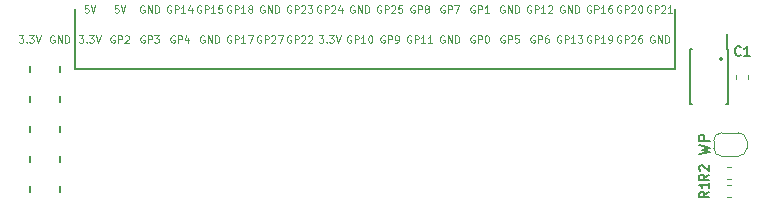
<source format=gto>
G04 #@! TF.GenerationSoftware,KiCad,Pcbnew,5.0.2-bee76a0~70~ubuntu18.04.1*
G04 #@! TF.CreationDate,2019-03-02T20:55:38+01:00*
G04 #@! TF.ProjectId,rpi-zero-proto,7270692d-7a65-4726-9f2d-70726f746f2e,rev?*
G04 #@! TF.SameCoordinates,Original*
G04 #@! TF.FileFunction,Legend,Top*
G04 #@! TF.FilePolarity,Positive*
%FSLAX46Y46*%
G04 Gerber Fmt 4.6, Leading zero omitted, Abs format (unit mm)*
G04 Created by KiCad (PCBNEW 5.0.2-bee76a0~70~ubuntu18.04.1) date sob, 2 mar 2019, 20:55:38*
%MOMM*%
%LPD*%
G01*
G04 APERTURE LIST*
%ADD10C,0.200000*%
%ADD11C,0.125000*%
%ADD12C,0.150000*%
%ADD13C,0.120000*%
%ADD14C,0.152400*%
G04 APERTURE END LIST*
D10*
X93980000Y-52070000D02*
X93980000Y-46990000D01*
X43180000Y-52070000D02*
X93980000Y-52070000D01*
X43180000Y-46990000D02*
X43180000Y-52070000D01*
D11*
X41447600Y-49226550D02*
X41389800Y-49197650D01*
X41303100Y-49197650D01*
X41216400Y-49226550D01*
X41158600Y-49284350D01*
X41129700Y-49342150D01*
X41100800Y-49457750D01*
X41100800Y-49544450D01*
X41129700Y-49660050D01*
X41158600Y-49717850D01*
X41216400Y-49775650D01*
X41303100Y-49804550D01*
X41360900Y-49804550D01*
X41447600Y-49775650D01*
X41476500Y-49746750D01*
X41476500Y-49544450D01*
X41360900Y-49544450D01*
X41736600Y-49804550D02*
X41736600Y-49197650D01*
X42083400Y-49804550D01*
X42083400Y-49197650D01*
X42372400Y-49804550D02*
X42372400Y-49197650D01*
X42516900Y-49197650D01*
X42603600Y-49226550D01*
X42661400Y-49284350D01*
X42690300Y-49342150D01*
X42719200Y-49457750D01*
X42719200Y-49544450D01*
X42690300Y-49660050D01*
X42661400Y-49717850D01*
X42603600Y-49775650D01*
X42516900Y-49804550D01*
X42372400Y-49804550D01*
X38474100Y-49197650D02*
X38849800Y-49197650D01*
X38647500Y-49428850D01*
X38734200Y-49428850D01*
X38792000Y-49457750D01*
X38820900Y-49486650D01*
X38849800Y-49544450D01*
X38849800Y-49688950D01*
X38820900Y-49746750D01*
X38792000Y-49775650D01*
X38734200Y-49804550D01*
X38560800Y-49804550D01*
X38503000Y-49775650D01*
X38474100Y-49746750D01*
X39109900Y-49746750D02*
X39138800Y-49775650D01*
X39109900Y-49804550D01*
X39081000Y-49775650D01*
X39109900Y-49746750D01*
X39109900Y-49804550D01*
X39341100Y-49197650D02*
X39716800Y-49197650D01*
X39514500Y-49428850D01*
X39601200Y-49428850D01*
X39659000Y-49457750D01*
X39687900Y-49486650D01*
X39716800Y-49544450D01*
X39716800Y-49688950D01*
X39687900Y-49746750D01*
X39659000Y-49775650D01*
X39601200Y-49804550D01*
X39427800Y-49804550D01*
X39370000Y-49775650D01*
X39341100Y-49746750D01*
X39890200Y-49197650D02*
X40092500Y-49804550D01*
X40294800Y-49197650D01*
D10*
X41910000Y-61976000D02*
X41910000Y-62484000D01*
X41910000Y-59436000D02*
X41910000Y-59944000D01*
X41910000Y-56896000D02*
X41910000Y-57404000D01*
X41910000Y-54356000D02*
X41910000Y-54864000D01*
X41910000Y-51816000D02*
X41910000Y-52324000D01*
X39370000Y-52324000D02*
X39370000Y-51816000D01*
X39370000Y-54864000D02*
X39370000Y-54356000D01*
X39370000Y-57404000D02*
X39370000Y-56896000D01*
X39370000Y-59944000D02*
X39370000Y-59436000D01*
X39370000Y-62484000D02*
X39370000Y-61976000D01*
D11*
X51347500Y-46686550D02*
X51289700Y-46657650D01*
X51203000Y-46657650D01*
X51116300Y-46686550D01*
X51058500Y-46744350D01*
X51029600Y-46802150D01*
X51000700Y-46917750D01*
X51000700Y-47004450D01*
X51029600Y-47120050D01*
X51058500Y-47177850D01*
X51116300Y-47235650D01*
X51203000Y-47264550D01*
X51260800Y-47264550D01*
X51347500Y-47235650D01*
X51376400Y-47206750D01*
X51376400Y-47004450D01*
X51260800Y-47004450D01*
X51636500Y-47264550D02*
X51636500Y-46657650D01*
X51867700Y-46657650D01*
X51925500Y-46686550D01*
X51954400Y-46715450D01*
X51983300Y-46773250D01*
X51983300Y-46859950D01*
X51954400Y-46917750D01*
X51925500Y-46946650D01*
X51867700Y-46975550D01*
X51636500Y-46975550D01*
X52561300Y-47264550D02*
X52214500Y-47264550D01*
X52387900Y-47264550D02*
X52387900Y-46657650D01*
X52330100Y-46744350D01*
X52272300Y-46802150D01*
X52214500Y-46831050D01*
X53081500Y-46859950D02*
X53081500Y-47264550D01*
X52937000Y-46628750D02*
X52792500Y-47062250D01*
X53168200Y-47062250D01*
X46556500Y-49226550D02*
X46498700Y-49197650D01*
X46412000Y-49197650D01*
X46325300Y-49226550D01*
X46267500Y-49284350D01*
X46238600Y-49342150D01*
X46209700Y-49457750D01*
X46209700Y-49544450D01*
X46238600Y-49660050D01*
X46267500Y-49717850D01*
X46325300Y-49775650D01*
X46412000Y-49804550D01*
X46469800Y-49804550D01*
X46556500Y-49775650D01*
X46585400Y-49746750D01*
X46585400Y-49544450D01*
X46469800Y-49544450D01*
X46845500Y-49804550D02*
X46845500Y-49197650D01*
X47076700Y-49197650D01*
X47134500Y-49226550D01*
X47163400Y-49255450D01*
X47192300Y-49313250D01*
X47192300Y-49399950D01*
X47163400Y-49457750D01*
X47134500Y-49486650D01*
X47076700Y-49515550D01*
X46845500Y-49515550D01*
X47423500Y-49255450D02*
X47452400Y-49226550D01*
X47510200Y-49197650D01*
X47654700Y-49197650D01*
X47712500Y-49226550D01*
X47741400Y-49255450D01*
X47770300Y-49313250D01*
X47770300Y-49371050D01*
X47741400Y-49457750D01*
X47394600Y-49804550D01*
X47770300Y-49804550D01*
X49096500Y-49226550D02*
X49038700Y-49197650D01*
X48952000Y-49197650D01*
X48865300Y-49226550D01*
X48807500Y-49284350D01*
X48778600Y-49342150D01*
X48749700Y-49457750D01*
X48749700Y-49544450D01*
X48778600Y-49660050D01*
X48807500Y-49717850D01*
X48865300Y-49775650D01*
X48952000Y-49804550D01*
X49009800Y-49804550D01*
X49096500Y-49775650D01*
X49125400Y-49746750D01*
X49125400Y-49544450D01*
X49009800Y-49544450D01*
X49385500Y-49804550D02*
X49385500Y-49197650D01*
X49616700Y-49197650D01*
X49674500Y-49226550D01*
X49703400Y-49255450D01*
X49732300Y-49313250D01*
X49732300Y-49399950D01*
X49703400Y-49457750D01*
X49674500Y-49486650D01*
X49616700Y-49515550D01*
X49385500Y-49515550D01*
X49934600Y-49197650D02*
X50310300Y-49197650D01*
X50108000Y-49428850D01*
X50194700Y-49428850D01*
X50252500Y-49457750D01*
X50281400Y-49486650D01*
X50310300Y-49544450D01*
X50310300Y-49688950D01*
X50281400Y-49746750D01*
X50252500Y-49775650D01*
X50194700Y-49804550D01*
X50021300Y-49804550D01*
X49963500Y-49775650D01*
X49934600Y-49746750D01*
X51636500Y-49226550D02*
X51578700Y-49197650D01*
X51492000Y-49197650D01*
X51405300Y-49226550D01*
X51347500Y-49284350D01*
X51318600Y-49342150D01*
X51289700Y-49457750D01*
X51289700Y-49544450D01*
X51318600Y-49660050D01*
X51347500Y-49717850D01*
X51405300Y-49775650D01*
X51492000Y-49804550D01*
X51549800Y-49804550D01*
X51636500Y-49775650D01*
X51665400Y-49746750D01*
X51665400Y-49544450D01*
X51549800Y-49544450D01*
X51925500Y-49804550D02*
X51925500Y-49197650D01*
X52156700Y-49197650D01*
X52214500Y-49226550D01*
X52243400Y-49255450D01*
X52272300Y-49313250D01*
X52272300Y-49399950D01*
X52243400Y-49457750D01*
X52214500Y-49486650D01*
X52156700Y-49515550D01*
X51925500Y-49515550D01*
X52792500Y-49399950D02*
X52792500Y-49804550D01*
X52648000Y-49168750D02*
X52503500Y-49602250D01*
X52879200Y-49602250D01*
X54147600Y-49226550D02*
X54089800Y-49197650D01*
X54003100Y-49197650D01*
X53916400Y-49226550D01*
X53858600Y-49284350D01*
X53829700Y-49342150D01*
X53800800Y-49457750D01*
X53800800Y-49544450D01*
X53829700Y-49660050D01*
X53858600Y-49717850D01*
X53916400Y-49775650D01*
X54003100Y-49804550D01*
X54060900Y-49804550D01*
X54147600Y-49775650D01*
X54176500Y-49746750D01*
X54176500Y-49544450D01*
X54060900Y-49544450D01*
X54436600Y-49804550D02*
X54436600Y-49197650D01*
X54783400Y-49804550D01*
X54783400Y-49197650D01*
X55072400Y-49804550D02*
X55072400Y-49197650D01*
X55216900Y-49197650D01*
X55303600Y-49226550D01*
X55361400Y-49284350D01*
X55390300Y-49342150D01*
X55419200Y-49457750D01*
X55419200Y-49544450D01*
X55390300Y-49660050D01*
X55361400Y-49717850D01*
X55303600Y-49775650D01*
X55216900Y-49804550D01*
X55072400Y-49804550D01*
X53887500Y-46686550D02*
X53829700Y-46657650D01*
X53743000Y-46657650D01*
X53656300Y-46686550D01*
X53598500Y-46744350D01*
X53569600Y-46802150D01*
X53540700Y-46917750D01*
X53540700Y-47004450D01*
X53569600Y-47120050D01*
X53598500Y-47177850D01*
X53656300Y-47235650D01*
X53743000Y-47264550D01*
X53800800Y-47264550D01*
X53887500Y-47235650D01*
X53916400Y-47206750D01*
X53916400Y-47004450D01*
X53800800Y-47004450D01*
X54176500Y-47264550D02*
X54176500Y-46657650D01*
X54407700Y-46657650D01*
X54465500Y-46686550D01*
X54494400Y-46715450D01*
X54523300Y-46773250D01*
X54523300Y-46859950D01*
X54494400Y-46917750D01*
X54465500Y-46946650D01*
X54407700Y-46975550D01*
X54176500Y-46975550D01*
X55101300Y-47264550D02*
X54754500Y-47264550D01*
X54927900Y-47264550D02*
X54927900Y-46657650D01*
X54870100Y-46744350D01*
X54812300Y-46802150D01*
X54754500Y-46831050D01*
X55650400Y-46657650D02*
X55361400Y-46657650D01*
X55332500Y-46946650D01*
X55361400Y-46917750D01*
X55419200Y-46888850D01*
X55563700Y-46888850D01*
X55621500Y-46917750D01*
X55650400Y-46946650D01*
X55679300Y-47004450D01*
X55679300Y-47148950D01*
X55650400Y-47206750D01*
X55621500Y-47235650D01*
X55563700Y-47264550D01*
X55419200Y-47264550D01*
X55361400Y-47235650D01*
X55332500Y-47206750D01*
X56427500Y-46686550D02*
X56369700Y-46657650D01*
X56283000Y-46657650D01*
X56196300Y-46686550D01*
X56138500Y-46744350D01*
X56109600Y-46802150D01*
X56080700Y-46917750D01*
X56080700Y-47004450D01*
X56109600Y-47120050D01*
X56138500Y-47177850D01*
X56196300Y-47235650D01*
X56283000Y-47264550D01*
X56340800Y-47264550D01*
X56427500Y-47235650D01*
X56456400Y-47206750D01*
X56456400Y-47004450D01*
X56340800Y-47004450D01*
X56716500Y-47264550D02*
X56716500Y-46657650D01*
X56947700Y-46657650D01*
X57005500Y-46686550D01*
X57034400Y-46715450D01*
X57063300Y-46773250D01*
X57063300Y-46859950D01*
X57034400Y-46917750D01*
X57005500Y-46946650D01*
X56947700Y-46975550D01*
X56716500Y-46975550D01*
X57641300Y-47264550D02*
X57294500Y-47264550D01*
X57467900Y-47264550D02*
X57467900Y-46657650D01*
X57410100Y-46744350D01*
X57352300Y-46802150D01*
X57294500Y-46831050D01*
X57988100Y-46917750D02*
X57930300Y-46888850D01*
X57901400Y-46859950D01*
X57872500Y-46802150D01*
X57872500Y-46773250D01*
X57901400Y-46715450D01*
X57930300Y-46686550D01*
X57988100Y-46657650D01*
X58103700Y-46657650D01*
X58161500Y-46686550D01*
X58190400Y-46715450D01*
X58219300Y-46773250D01*
X58219300Y-46802150D01*
X58190400Y-46859950D01*
X58161500Y-46888850D01*
X58103700Y-46917750D01*
X57988100Y-46917750D01*
X57930300Y-46946650D01*
X57901400Y-46975550D01*
X57872500Y-47033350D01*
X57872500Y-47148950D01*
X57901400Y-47206750D01*
X57930300Y-47235650D01*
X57988100Y-47264550D01*
X58103700Y-47264550D01*
X58161500Y-47235650D01*
X58190400Y-47206750D01*
X58219300Y-47148950D01*
X58219300Y-47033350D01*
X58190400Y-46975550D01*
X58161500Y-46946650D01*
X58103700Y-46917750D01*
X56427500Y-49226550D02*
X56369700Y-49197650D01*
X56283000Y-49197650D01*
X56196300Y-49226550D01*
X56138500Y-49284350D01*
X56109600Y-49342150D01*
X56080700Y-49457750D01*
X56080700Y-49544450D01*
X56109600Y-49660050D01*
X56138500Y-49717850D01*
X56196300Y-49775650D01*
X56283000Y-49804550D01*
X56340800Y-49804550D01*
X56427500Y-49775650D01*
X56456400Y-49746750D01*
X56456400Y-49544450D01*
X56340800Y-49544450D01*
X56716500Y-49804550D02*
X56716500Y-49197650D01*
X56947700Y-49197650D01*
X57005500Y-49226550D01*
X57034400Y-49255450D01*
X57063300Y-49313250D01*
X57063300Y-49399950D01*
X57034400Y-49457750D01*
X57005500Y-49486650D01*
X56947700Y-49515550D01*
X56716500Y-49515550D01*
X57641300Y-49804550D02*
X57294500Y-49804550D01*
X57467900Y-49804550D02*
X57467900Y-49197650D01*
X57410100Y-49284350D01*
X57352300Y-49342150D01*
X57294500Y-49371050D01*
X57843600Y-49197650D02*
X58248200Y-49197650D01*
X57988100Y-49804550D01*
X58967500Y-49226550D02*
X58909700Y-49197650D01*
X58823000Y-49197650D01*
X58736300Y-49226550D01*
X58678500Y-49284350D01*
X58649600Y-49342150D01*
X58620700Y-49457750D01*
X58620700Y-49544450D01*
X58649600Y-49660050D01*
X58678500Y-49717850D01*
X58736300Y-49775650D01*
X58823000Y-49804550D01*
X58880800Y-49804550D01*
X58967500Y-49775650D01*
X58996400Y-49746750D01*
X58996400Y-49544450D01*
X58880800Y-49544450D01*
X59256500Y-49804550D02*
X59256500Y-49197650D01*
X59487700Y-49197650D01*
X59545500Y-49226550D01*
X59574400Y-49255450D01*
X59603300Y-49313250D01*
X59603300Y-49399950D01*
X59574400Y-49457750D01*
X59545500Y-49486650D01*
X59487700Y-49515550D01*
X59256500Y-49515550D01*
X59834500Y-49255450D02*
X59863400Y-49226550D01*
X59921200Y-49197650D01*
X60065700Y-49197650D01*
X60123500Y-49226550D01*
X60152400Y-49255450D01*
X60181300Y-49313250D01*
X60181300Y-49371050D01*
X60152400Y-49457750D01*
X59805600Y-49804550D01*
X60181300Y-49804550D01*
X60383600Y-49197650D02*
X60788200Y-49197650D01*
X60528100Y-49804550D01*
X61507500Y-49226550D02*
X61449700Y-49197650D01*
X61363000Y-49197650D01*
X61276300Y-49226550D01*
X61218500Y-49284350D01*
X61189600Y-49342150D01*
X61160700Y-49457750D01*
X61160700Y-49544450D01*
X61189600Y-49660050D01*
X61218500Y-49717850D01*
X61276300Y-49775650D01*
X61363000Y-49804550D01*
X61420800Y-49804550D01*
X61507500Y-49775650D01*
X61536400Y-49746750D01*
X61536400Y-49544450D01*
X61420800Y-49544450D01*
X61796500Y-49804550D02*
X61796500Y-49197650D01*
X62027700Y-49197650D01*
X62085500Y-49226550D01*
X62114400Y-49255450D01*
X62143300Y-49313250D01*
X62143300Y-49399950D01*
X62114400Y-49457750D01*
X62085500Y-49486650D01*
X62027700Y-49515550D01*
X61796500Y-49515550D01*
X62374500Y-49255450D02*
X62403400Y-49226550D01*
X62461200Y-49197650D01*
X62605700Y-49197650D01*
X62663500Y-49226550D01*
X62692400Y-49255450D01*
X62721300Y-49313250D01*
X62721300Y-49371050D01*
X62692400Y-49457750D01*
X62345600Y-49804550D01*
X62721300Y-49804550D01*
X62952500Y-49255450D02*
X62981400Y-49226550D01*
X63039200Y-49197650D01*
X63183700Y-49197650D01*
X63241500Y-49226550D01*
X63270400Y-49255450D01*
X63299300Y-49313250D01*
X63299300Y-49371050D01*
X63270400Y-49457750D01*
X62923600Y-49804550D01*
X63299300Y-49804550D01*
X61507500Y-46686550D02*
X61449700Y-46657650D01*
X61363000Y-46657650D01*
X61276300Y-46686550D01*
X61218500Y-46744350D01*
X61189600Y-46802150D01*
X61160700Y-46917750D01*
X61160700Y-47004450D01*
X61189600Y-47120050D01*
X61218500Y-47177850D01*
X61276300Y-47235650D01*
X61363000Y-47264550D01*
X61420800Y-47264550D01*
X61507500Y-47235650D01*
X61536400Y-47206750D01*
X61536400Y-47004450D01*
X61420800Y-47004450D01*
X61796500Y-47264550D02*
X61796500Y-46657650D01*
X62027700Y-46657650D01*
X62085500Y-46686550D01*
X62114400Y-46715450D01*
X62143300Y-46773250D01*
X62143300Y-46859950D01*
X62114400Y-46917750D01*
X62085500Y-46946650D01*
X62027700Y-46975550D01*
X61796500Y-46975550D01*
X62374500Y-46715450D02*
X62403400Y-46686550D01*
X62461200Y-46657650D01*
X62605700Y-46657650D01*
X62663500Y-46686550D01*
X62692400Y-46715450D01*
X62721300Y-46773250D01*
X62721300Y-46831050D01*
X62692400Y-46917750D01*
X62345600Y-47264550D01*
X62721300Y-47264550D01*
X62923600Y-46657650D02*
X63299300Y-46657650D01*
X63097000Y-46888850D01*
X63183700Y-46888850D01*
X63241500Y-46917750D01*
X63270400Y-46946650D01*
X63299300Y-47004450D01*
X63299300Y-47148950D01*
X63270400Y-47206750D01*
X63241500Y-47235650D01*
X63183700Y-47264550D01*
X63010300Y-47264550D01*
X62952500Y-47235650D01*
X62923600Y-47206750D01*
X64047500Y-46686550D02*
X63989700Y-46657650D01*
X63903000Y-46657650D01*
X63816300Y-46686550D01*
X63758500Y-46744350D01*
X63729600Y-46802150D01*
X63700700Y-46917750D01*
X63700700Y-47004450D01*
X63729600Y-47120050D01*
X63758500Y-47177850D01*
X63816300Y-47235650D01*
X63903000Y-47264550D01*
X63960800Y-47264550D01*
X64047500Y-47235650D01*
X64076400Y-47206750D01*
X64076400Y-47004450D01*
X63960800Y-47004450D01*
X64336500Y-47264550D02*
X64336500Y-46657650D01*
X64567700Y-46657650D01*
X64625500Y-46686550D01*
X64654400Y-46715450D01*
X64683300Y-46773250D01*
X64683300Y-46859950D01*
X64654400Y-46917750D01*
X64625500Y-46946650D01*
X64567700Y-46975550D01*
X64336500Y-46975550D01*
X64914500Y-46715450D02*
X64943400Y-46686550D01*
X65001200Y-46657650D01*
X65145700Y-46657650D01*
X65203500Y-46686550D01*
X65232400Y-46715450D01*
X65261300Y-46773250D01*
X65261300Y-46831050D01*
X65232400Y-46917750D01*
X64885600Y-47264550D01*
X65261300Y-47264550D01*
X65781500Y-46859950D02*
X65781500Y-47264550D01*
X65637000Y-46628750D02*
X65492500Y-47062250D01*
X65868200Y-47062250D01*
X63874100Y-49197650D02*
X64249800Y-49197650D01*
X64047500Y-49428850D01*
X64134200Y-49428850D01*
X64192000Y-49457750D01*
X64220900Y-49486650D01*
X64249800Y-49544450D01*
X64249800Y-49688950D01*
X64220900Y-49746750D01*
X64192000Y-49775650D01*
X64134200Y-49804550D01*
X63960800Y-49804550D01*
X63903000Y-49775650D01*
X63874100Y-49746750D01*
X64509900Y-49746750D02*
X64538800Y-49775650D01*
X64509900Y-49804550D01*
X64481000Y-49775650D01*
X64509900Y-49746750D01*
X64509900Y-49804550D01*
X64741100Y-49197650D02*
X65116800Y-49197650D01*
X64914500Y-49428850D01*
X65001200Y-49428850D01*
X65059000Y-49457750D01*
X65087900Y-49486650D01*
X65116800Y-49544450D01*
X65116800Y-49688950D01*
X65087900Y-49746750D01*
X65059000Y-49775650D01*
X65001200Y-49804550D01*
X64827800Y-49804550D01*
X64770000Y-49775650D01*
X64741100Y-49746750D01*
X65290200Y-49197650D02*
X65492500Y-49804550D01*
X65694800Y-49197650D01*
X43554100Y-49197650D02*
X43929800Y-49197650D01*
X43727500Y-49428850D01*
X43814200Y-49428850D01*
X43872000Y-49457750D01*
X43900900Y-49486650D01*
X43929800Y-49544450D01*
X43929800Y-49688950D01*
X43900900Y-49746750D01*
X43872000Y-49775650D01*
X43814200Y-49804550D01*
X43640800Y-49804550D01*
X43583000Y-49775650D01*
X43554100Y-49746750D01*
X44189900Y-49746750D02*
X44218800Y-49775650D01*
X44189900Y-49804550D01*
X44161000Y-49775650D01*
X44189900Y-49746750D01*
X44189900Y-49804550D01*
X44421100Y-49197650D02*
X44796800Y-49197650D01*
X44594500Y-49428850D01*
X44681200Y-49428850D01*
X44739000Y-49457750D01*
X44767900Y-49486650D01*
X44796800Y-49544450D01*
X44796800Y-49688950D01*
X44767900Y-49746750D01*
X44739000Y-49775650D01*
X44681200Y-49804550D01*
X44507800Y-49804550D01*
X44450000Y-49775650D01*
X44421100Y-49746750D01*
X44970200Y-49197650D02*
X45172500Y-49804550D01*
X45374800Y-49197650D01*
X66587500Y-49226550D02*
X66529700Y-49197650D01*
X66443000Y-49197650D01*
X66356300Y-49226550D01*
X66298500Y-49284350D01*
X66269600Y-49342150D01*
X66240700Y-49457750D01*
X66240700Y-49544450D01*
X66269600Y-49660050D01*
X66298500Y-49717850D01*
X66356300Y-49775650D01*
X66443000Y-49804550D01*
X66500800Y-49804550D01*
X66587500Y-49775650D01*
X66616400Y-49746750D01*
X66616400Y-49544450D01*
X66500800Y-49544450D01*
X66876500Y-49804550D02*
X66876500Y-49197650D01*
X67107700Y-49197650D01*
X67165500Y-49226550D01*
X67194400Y-49255450D01*
X67223300Y-49313250D01*
X67223300Y-49399950D01*
X67194400Y-49457750D01*
X67165500Y-49486650D01*
X67107700Y-49515550D01*
X66876500Y-49515550D01*
X67801300Y-49804550D02*
X67454500Y-49804550D01*
X67627900Y-49804550D02*
X67627900Y-49197650D01*
X67570100Y-49284350D01*
X67512300Y-49342150D01*
X67454500Y-49371050D01*
X68177000Y-49197650D02*
X68234800Y-49197650D01*
X68292600Y-49226550D01*
X68321500Y-49255450D01*
X68350400Y-49313250D01*
X68379300Y-49428850D01*
X68379300Y-49573350D01*
X68350400Y-49688950D01*
X68321500Y-49746750D01*
X68292600Y-49775650D01*
X68234800Y-49804550D01*
X68177000Y-49804550D01*
X68119200Y-49775650D01*
X68090300Y-49746750D01*
X68061400Y-49688950D01*
X68032500Y-49573350D01*
X68032500Y-49428850D01*
X68061400Y-49313250D01*
X68090300Y-49255450D01*
X68119200Y-49226550D01*
X68177000Y-49197650D01*
X69127500Y-46686550D02*
X69069700Y-46657650D01*
X68983000Y-46657650D01*
X68896300Y-46686550D01*
X68838500Y-46744350D01*
X68809600Y-46802150D01*
X68780700Y-46917750D01*
X68780700Y-47004450D01*
X68809600Y-47120050D01*
X68838500Y-47177850D01*
X68896300Y-47235650D01*
X68983000Y-47264550D01*
X69040800Y-47264550D01*
X69127500Y-47235650D01*
X69156400Y-47206750D01*
X69156400Y-47004450D01*
X69040800Y-47004450D01*
X69416500Y-47264550D02*
X69416500Y-46657650D01*
X69647700Y-46657650D01*
X69705500Y-46686550D01*
X69734400Y-46715450D01*
X69763300Y-46773250D01*
X69763300Y-46859950D01*
X69734400Y-46917750D01*
X69705500Y-46946650D01*
X69647700Y-46975550D01*
X69416500Y-46975550D01*
X69994500Y-46715450D02*
X70023400Y-46686550D01*
X70081200Y-46657650D01*
X70225700Y-46657650D01*
X70283500Y-46686550D01*
X70312400Y-46715450D01*
X70341300Y-46773250D01*
X70341300Y-46831050D01*
X70312400Y-46917750D01*
X69965600Y-47264550D01*
X70341300Y-47264550D01*
X70890400Y-46657650D02*
X70601400Y-46657650D01*
X70572500Y-46946650D01*
X70601400Y-46917750D01*
X70659200Y-46888850D01*
X70803700Y-46888850D01*
X70861500Y-46917750D01*
X70890400Y-46946650D01*
X70919300Y-47004450D01*
X70919300Y-47148950D01*
X70890400Y-47206750D01*
X70861500Y-47235650D01*
X70803700Y-47264550D01*
X70659200Y-47264550D01*
X70601400Y-47235650D01*
X70572500Y-47206750D01*
X69416500Y-49226550D02*
X69358700Y-49197650D01*
X69272000Y-49197650D01*
X69185300Y-49226550D01*
X69127500Y-49284350D01*
X69098600Y-49342150D01*
X69069700Y-49457750D01*
X69069700Y-49544450D01*
X69098600Y-49660050D01*
X69127500Y-49717850D01*
X69185300Y-49775650D01*
X69272000Y-49804550D01*
X69329800Y-49804550D01*
X69416500Y-49775650D01*
X69445400Y-49746750D01*
X69445400Y-49544450D01*
X69329800Y-49544450D01*
X69705500Y-49804550D02*
X69705500Y-49197650D01*
X69936700Y-49197650D01*
X69994500Y-49226550D01*
X70023400Y-49255450D01*
X70052300Y-49313250D01*
X70052300Y-49399950D01*
X70023400Y-49457750D01*
X69994500Y-49486650D01*
X69936700Y-49515550D01*
X69705500Y-49515550D01*
X70341300Y-49804550D02*
X70456900Y-49804550D01*
X70514700Y-49775650D01*
X70543600Y-49746750D01*
X70601400Y-49660050D01*
X70630300Y-49544450D01*
X70630300Y-49313250D01*
X70601400Y-49255450D01*
X70572500Y-49226550D01*
X70514700Y-49197650D01*
X70399100Y-49197650D01*
X70341300Y-49226550D01*
X70312400Y-49255450D01*
X70283500Y-49313250D01*
X70283500Y-49457750D01*
X70312400Y-49515550D01*
X70341300Y-49544450D01*
X70399100Y-49573350D01*
X70514700Y-49573350D01*
X70572500Y-49544450D01*
X70601400Y-49515550D01*
X70630300Y-49457750D01*
X71667500Y-49226550D02*
X71609700Y-49197650D01*
X71523000Y-49197650D01*
X71436300Y-49226550D01*
X71378500Y-49284350D01*
X71349600Y-49342150D01*
X71320700Y-49457750D01*
X71320700Y-49544450D01*
X71349600Y-49660050D01*
X71378500Y-49717850D01*
X71436300Y-49775650D01*
X71523000Y-49804550D01*
X71580800Y-49804550D01*
X71667500Y-49775650D01*
X71696400Y-49746750D01*
X71696400Y-49544450D01*
X71580800Y-49544450D01*
X71956500Y-49804550D02*
X71956500Y-49197650D01*
X72187700Y-49197650D01*
X72245500Y-49226550D01*
X72274400Y-49255450D01*
X72303300Y-49313250D01*
X72303300Y-49399950D01*
X72274400Y-49457750D01*
X72245500Y-49486650D01*
X72187700Y-49515550D01*
X71956500Y-49515550D01*
X72881300Y-49804550D02*
X72534500Y-49804550D01*
X72707900Y-49804550D02*
X72707900Y-49197650D01*
X72650100Y-49284350D01*
X72592300Y-49342150D01*
X72534500Y-49371050D01*
X73459300Y-49804550D02*
X73112500Y-49804550D01*
X73285900Y-49804550D02*
X73285900Y-49197650D01*
X73228100Y-49284350D01*
X73170300Y-49342150D01*
X73112500Y-49371050D01*
X71956500Y-46686550D02*
X71898700Y-46657650D01*
X71812000Y-46657650D01*
X71725300Y-46686550D01*
X71667500Y-46744350D01*
X71638600Y-46802150D01*
X71609700Y-46917750D01*
X71609700Y-47004450D01*
X71638600Y-47120050D01*
X71667500Y-47177850D01*
X71725300Y-47235650D01*
X71812000Y-47264550D01*
X71869800Y-47264550D01*
X71956500Y-47235650D01*
X71985400Y-47206750D01*
X71985400Y-47004450D01*
X71869800Y-47004450D01*
X72245500Y-47264550D02*
X72245500Y-46657650D01*
X72476700Y-46657650D01*
X72534500Y-46686550D01*
X72563400Y-46715450D01*
X72592300Y-46773250D01*
X72592300Y-46859950D01*
X72563400Y-46917750D01*
X72534500Y-46946650D01*
X72476700Y-46975550D01*
X72245500Y-46975550D01*
X72939100Y-46917750D02*
X72881300Y-46888850D01*
X72852400Y-46859950D01*
X72823500Y-46802150D01*
X72823500Y-46773250D01*
X72852400Y-46715450D01*
X72881300Y-46686550D01*
X72939100Y-46657650D01*
X73054700Y-46657650D01*
X73112500Y-46686550D01*
X73141400Y-46715450D01*
X73170300Y-46773250D01*
X73170300Y-46802150D01*
X73141400Y-46859950D01*
X73112500Y-46888850D01*
X73054700Y-46917750D01*
X72939100Y-46917750D01*
X72881300Y-46946650D01*
X72852400Y-46975550D01*
X72823500Y-47033350D01*
X72823500Y-47148950D01*
X72852400Y-47206750D01*
X72881300Y-47235650D01*
X72939100Y-47264550D01*
X73054700Y-47264550D01*
X73112500Y-47235650D01*
X73141400Y-47206750D01*
X73170300Y-47148950D01*
X73170300Y-47033350D01*
X73141400Y-46975550D01*
X73112500Y-46946650D01*
X73054700Y-46917750D01*
X74496500Y-46686550D02*
X74438700Y-46657650D01*
X74352000Y-46657650D01*
X74265300Y-46686550D01*
X74207500Y-46744350D01*
X74178600Y-46802150D01*
X74149700Y-46917750D01*
X74149700Y-47004450D01*
X74178600Y-47120050D01*
X74207500Y-47177850D01*
X74265300Y-47235650D01*
X74352000Y-47264550D01*
X74409800Y-47264550D01*
X74496500Y-47235650D01*
X74525400Y-47206750D01*
X74525400Y-47004450D01*
X74409800Y-47004450D01*
X74785500Y-47264550D02*
X74785500Y-46657650D01*
X75016700Y-46657650D01*
X75074500Y-46686550D01*
X75103400Y-46715450D01*
X75132300Y-46773250D01*
X75132300Y-46859950D01*
X75103400Y-46917750D01*
X75074500Y-46946650D01*
X75016700Y-46975550D01*
X74785500Y-46975550D01*
X75334600Y-46657650D02*
X75739200Y-46657650D01*
X75479100Y-47264550D01*
X77036500Y-46686550D02*
X76978700Y-46657650D01*
X76892000Y-46657650D01*
X76805300Y-46686550D01*
X76747500Y-46744350D01*
X76718600Y-46802150D01*
X76689700Y-46917750D01*
X76689700Y-47004450D01*
X76718600Y-47120050D01*
X76747500Y-47177850D01*
X76805300Y-47235650D01*
X76892000Y-47264550D01*
X76949800Y-47264550D01*
X77036500Y-47235650D01*
X77065400Y-47206750D01*
X77065400Y-47004450D01*
X76949800Y-47004450D01*
X77325500Y-47264550D02*
X77325500Y-46657650D01*
X77556700Y-46657650D01*
X77614500Y-46686550D01*
X77643400Y-46715450D01*
X77672300Y-46773250D01*
X77672300Y-46859950D01*
X77643400Y-46917750D01*
X77614500Y-46946650D01*
X77556700Y-46975550D01*
X77325500Y-46975550D01*
X78250300Y-47264550D02*
X77903500Y-47264550D01*
X78076900Y-47264550D02*
X78076900Y-46657650D01*
X78019100Y-46744350D01*
X77961300Y-46802150D01*
X77903500Y-46831050D01*
X77036500Y-49226550D02*
X76978700Y-49197650D01*
X76892000Y-49197650D01*
X76805300Y-49226550D01*
X76747500Y-49284350D01*
X76718600Y-49342150D01*
X76689700Y-49457750D01*
X76689700Y-49544450D01*
X76718600Y-49660050D01*
X76747500Y-49717850D01*
X76805300Y-49775650D01*
X76892000Y-49804550D01*
X76949800Y-49804550D01*
X77036500Y-49775650D01*
X77065400Y-49746750D01*
X77065400Y-49544450D01*
X76949800Y-49544450D01*
X77325500Y-49804550D02*
X77325500Y-49197650D01*
X77556700Y-49197650D01*
X77614500Y-49226550D01*
X77643400Y-49255450D01*
X77672300Y-49313250D01*
X77672300Y-49399950D01*
X77643400Y-49457750D01*
X77614500Y-49486650D01*
X77556700Y-49515550D01*
X77325500Y-49515550D01*
X78048000Y-49197650D02*
X78105800Y-49197650D01*
X78163600Y-49226550D01*
X78192500Y-49255450D01*
X78221400Y-49313250D01*
X78250300Y-49428850D01*
X78250300Y-49573350D01*
X78221400Y-49688950D01*
X78192500Y-49746750D01*
X78163600Y-49775650D01*
X78105800Y-49804550D01*
X78048000Y-49804550D01*
X77990200Y-49775650D01*
X77961300Y-49746750D01*
X77932400Y-49688950D01*
X77903500Y-49573350D01*
X77903500Y-49428850D01*
X77932400Y-49313250D01*
X77961300Y-49255450D01*
X77990200Y-49226550D01*
X78048000Y-49197650D01*
X79576500Y-49226550D02*
X79518700Y-49197650D01*
X79432000Y-49197650D01*
X79345300Y-49226550D01*
X79287500Y-49284350D01*
X79258600Y-49342150D01*
X79229700Y-49457750D01*
X79229700Y-49544450D01*
X79258600Y-49660050D01*
X79287500Y-49717850D01*
X79345300Y-49775650D01*
X79432000Y-49804550D01*
X79489800Y-49804550D01*
X79576500Y-49775650D01*
X79605400Y-49746750D01*
X79605400Y-49544450D01*
X79489800Y-49544450D01*
X79865500Y-49804550D02*
X79865500Y-49197650D01*
X80096700Y-49197650D01*
X80154500Y-49226550D01*
X80183400Y-49255450D01*
X80212300Y-49313250D01*
X80212300Y-49399950D01*
X80183400Y-49457750D01*
X80154500Y-49486650D01*
X80096700Y-49515550D01*
X79865500Y-49515550D01*
X80761400Y-49197650D02*
X80472400Y-49197650D01*
X80443500Y-49486650D01*
X80472400Y-49457750D01*
X80530200Y-49428850D01*
X80674700Y-49428850D01*
X80732500Y-49457750D01*
X80761400Y-49486650D01*
X80790300Y-49544450D01*
X80790300Y-49688950D01*
X80761400Y-49746750D01*
X80732500Y-49775650D01*
X80674700Y-49804550D01*
X80530200Y-49804550D01*
X80472400Y-49775650D01*
X80443500Y-49746750D01*
X82116500Y-49226550D02*
X82058700Y-49197650D01*
X81972000Y-49197650D01*
X81885300Y-49226550D01*
X81827500Y-49284350D01*
X81798600Y-49342150D01*
X81769700Y-49457750D01*
X81769700Y-49544450D01*
X81798600Y-49660050D01*
X81827500Y-49717850D01*
X81885300Y-49775650D01*
X81972000Y-49804550D01*
X82029800Y-49804550D01*
X82116500Y-49775650D01*
X82145400Y-49746750D01*
X82145400Y-49544450D01*
X82029800Y-49544450D01*
X82405500Y-49804550D02*
X82405500Y-49197650D01*
X82636700Y-49197650D01*
X82694500Y-49226550D01*
X82723400Y-49255450D01*
X82752300Y-49313250D01*
X82752300Y-49399950D01*
X82723400Y-49457750D01*
X82694500Y-49486650D01*
X82636700Y-49515550D01*
X82405500Y-49515550D01*
X83272500Y-49197650D02*
X83156900Y-49197650D01*
X83099100Y-49226550D01*
X83070200Y-49255450D01*
X83012400Y-49342150D01*
X82983500Y-49457750D01*
X82983500Y-49688950D01*
X83012400Y-49746750D01*
X83041300Y-49775650D01*
X83099100Y-49804550D01*
X83214700Y-49804550D01*
X83272500Y-49775650D01*
X83301400Y-49746750D01*
X83330300Y-49688950D01*
X83330300Y-49544450D01*
X83301400Y-49486650D01*
X83272500Y-49457750D01*
X83214700Y-49428850D01*
X83099100Y-49428850D01*
X83041300Y-49457750D01*
X83012400Y-49486650D01*
X82983500Y-49544450D01*
X81827500Y-46686550D02*
X81769700Y-46657650D01*
X81683000Y-46657650D01*
X81596300Y-46686550D01*
X81538500Y-46744350D01*
X81509600Y-46802150D01*
X81480700Y-46917750D01*
X81480700Y-47004450D01*
X81509600Y-47120050D01*
X81538500Y-47177850D01*
X81596300Y-47235650D01*
X81683000Y-47264550D01*
X81740800Y-47264550D01*
X81827500Y-47235650D01*
X81856400Y-47206750D01*
X81856400Y-47004450D01*
X81740800Y-47004450D01*
X82116500Y-47264550D02*
X82116500Y-46657650D01*
X82347700Y-46657650D01*
X82405500Y-46686550D01*
X82434400Y-46715450D01*
X82463300Y-46773250D01*
X82463300Y-46859950D01*
X82434400Y-46917750D01*
X82405500Y-46946650D01*
X82347700Y-46975550D01*
X82116500Y-46975550D01*
X83041300Y-47264550D02*
X82694500Y-47264550D01*
X82867900Y-47264550D02*
X82867900Y-46657650D01*
X82810100Y-46744350D01*
X82752300Y-46802150D01*
X82694500Y-46831050D01*
X83272500Y-46715450D02*
X83301400Y-46686550D01*
X83359200Y-46657650D01*
X83503700Y-46657650D01*
X83561500Y-46686550D01*
X83590400Y-46715450D01*
X83619300Y-46773250D01*
X83619300Y-46831050D01*
X83590400Y-46917750D01*
X83243600Y-47264550D01*
X83619300Y-47264550D01*
X86904285Y-46685200D02*
X86846228Y-46656171D01*
X86759142Y-46656171D01*
X86672057Y-46685200D01*
X86614000Y-46743257D01*
X86584971Y-46801314D01*
X86555942Y-46917428D01*
X86555942Y-47004514D01*
X86584971Y-47120628D01*
X86614000Y-47178685D01*
X86672057Y-47236742D01*
X86759142Y-47265771D01*
X86817200Y-47265771D01*
X86904285Y-47236742D01*
X86933314Y-47207714D01*
X86933314Y-47004514D01*
X86817200Y-47004514D01*
X87194571Y-47265771D02*
X87194571Y-46656171D01*
X87426800Y-46656171D01*
X87484857Y-46685200D01*
X87513885Y-46714228D01*
X87542914Y-46772285D01*
X87542914Y-46859371D01*
X87513885Y-46917428D01*
X87484857Y-46946457D01*
X87426800Y-46975485D01*
X87194571Y-46975485D01*
X88123485Y-47265771D02*
X87775142Y-47265771D01*
X87949314Y-47265771D02*
X87949314Y-46656171D01*
X87891257Y-46743257D01*
X87833200Y-46801314D01*
X87775142Y-46830342D01*
X88646000Y-46656171D02*
X88529885Y-46656171D01*
X88471828Y-46685200D01*
X88442800Y-46714228D01*
X88384742Y-46801314D01*
X88355714Y-46917428D01*
X88355714Y-47149657D01*
X88384742Y-47207714D01*
X88413771Y-47236742D01*
X88471828Y-47265771D01*
X88587942Y-47265771D01*
X88646000Y-47236742D01*
X88675028Y-47207714D01*
X88704057Y-47149657D01*
X88704057Y-47004514D01*
X88675028Y-46946457D01*
X88646000Y-46917428D01*
X88587942Y-46888400D01*
X88471828Y-46888400D01*
X88413771Y-46917428D01*
X88384742Y-46946457D01*
X88355714Y-47004514D01*
X84367500Y-49226550D02*
X84309700Y-49197650D01*
X84223000Y-49197650D01*
X84136300Y-49226550D01*
X84078500Y-49284350D01*
X84049600Y-49342150D01*
X84020700Y-49457750D01*
X84020700Y-49544450D01*
X84049600Y-49660050D01*
X84078500Y-49717850D01*
X84136300Y-49775650D01*
X84223000Y-49804550D01*
X84280800Y-49804550D01*
X84367500Y-49775650D01*
X84396400Y-49746750D01*
X84396400Y-49544450D01*
X84280800Y-49544450D01*
X84656500Y-49804550D02*
X84656500Y-49197650D01*
X84887700Y-49197650D01*
X84945500Y-49226550D01*
X84974400Y-49255450D01*
X85003300Y-49313250D01*
X85003300Y-49399950D01*
X84974400Y-49457750D01*
X84945500Y-49486650D01*
X84887700Y-49515550D01*
X84656500Y-49515550D01*
X85581300Y-49804550D02*
X85234500Y-49804550D01*
X85407900Y-49804550D02*
X85407900Y-49197650D01*
X85350100Y-49284350D01*
X85292300Y-49342150D01*
X85234500Y-49371050D01*
X85783600Y-49197650D02*
X86159300Y-49197650D01*
X85957000Y-49428850D01*
X86043700Y-49428850D01*
X86101500Y-49457750D01*
X86130400Y-49486650D01*
X86159300Y-49544450D01*
X86159300Y-49688950D01*
X86130400Y-49746750D01*
X86101500Y-49775650D01*
X86043700Y-49804550D01*
X85870300Y-49804550D01*
X85812500Y-49775650D01*
X85783600Y-49746750D01*
X86907500Y-49226550D02*
X86849700Y-49197650D01*
X86763000Y-49197650D01*
X86676300Y-49226550D01*
X86618500Y-49284350D01*
X86589600Y-49342150D01*
X86560700Y-49457750D01*
X86560700Y-49544450D01*
X86589600Y-49660050D01*
X86618500Y-49717850D01*
X86676300Y-49775650D01*
X86763000Y-49804550D01*
X86820800Y-49804550D01*
X86907500Y-49775650D01*
X86936400Y-49746750D01*
X86936400Y-49544450D01*
X86820800Y-49544450D01*
X87196500Y-49804550D02*
X87196500Y-49197650D01*
X87427700Y-49197650D01*
X87485500Y-49226550D01*
X87514400Y-49255450D01*
X87543300Y-49313250D01*
X87543300Y-49399950D01*
X87514400Y-49457750D01*
X87485500Y-49486650D01*
X87427700Y-49515550D01*
X87196500Y-49515550D01*
X88121300Y-49804550D02*
X87774500Y-49804550D01*
X87947900Y-49804550D02*
X87947900Y-49197650D01*
X87890100Y-49284350D01*
X87832300Y-49342150D01*
X87774500Y-49371050D01*
X88410300Y-49804550D02*
X88525900Y-49804550D01*
X88583700Y-49775650D01*
X88612600Y-49746750D01*
X88670400Y-49660050D01*
X88699300Y-49544450D01*
X88699300Y-49313250D01*
X88670400Y-49255450D01*
X88641500Y-49226550D01*
X88583700Y-49197650D01*
X88468100Y-49197650D01*
X88410300Y-49226550D01*
X88381400Y-49255450D01*
X88352500Y-49313250D01*
X88352500Y-49457750D01*
X88381400Y-49515550D01*
X88410300Y-49544450D01*
X88468100Y-49573350D01*
X88583700Y-49573350D01*
X88641500Y-49544450D01*
X88670400Y-49515550D01*
X88699300Y-49457750D01*
X89447500Y-49226550D02*
X89389700Y-49197650D01*
X89303000Y-49197650D01*
X89216300Y-49226550D01*
X89158500Y-49284350D01*
X89129600Y-49342150D01*
X89100700Y-49457750D01*
X89100700Y-49544450D01*
X89129600Y-49660050D01*
X89158500Y-49717850D01*
X89216300Y-49775650D01*
X89303000Y-49804550D01*
X89360800Y-49804550D01*
X89447500Y-49775650D01*
X89476400Y-49746750D01*
X89476400Y-49544450D01*
X89360800Y-49544450D01*
X89736500Y-49804550D02*
X89736500Y-49197650D01*
X89967700Y-49197650D01*
X90025500Y-49226550D01*
X90054400Y-49255450D01*
X90083300Y-49313250D01*
X90083300Y-49399950D01*
X90054400Y-49457750D01*
X90025500Y-49486650D01*
X89967700Y-49515550D01*
X89736500Y-49515550D01*
X90314500Y-49255450D02*
X90343400Y-49226550D01*
X90401200Y-49197650D01*
X90545700Y-49197650D01*
X90603500Y-49226550D01*
X90632400Y-49255450D01*
X90661300Y-49313250D01*
X90661300Y-49371050D01*
X90632400Y-49457750D01*
X90285600Y-49804550D01*
X90661300Y-49804550D01*
X91181500Y-49197650D02*
X91065900Y-49197650D01*
X91008100Y-49226550D01*
X90979200Y-49255450D01*
X90921400Y-49342150D01*
X90892500Y-49457750D01*
X90892500Y-49688950D01*
X90921400Y-49746750D01*
X90950300Y-49775650D01*
X91008100Y-49804550D01*
X91123700Y-49804550D01*
X91181500Y-49775650D01*
X91210400Y-49746750D01*
X91239300Y-49688950D01*
X91239300Y-49544450D01*
X91210400Y-49486650D01*
X91181500Y-49457750D01*
X91123700Y-49428850D01*
X91008100Y-49428850D01*
X90950300Y-49457750D01*
X90921400Y-49486650D01*
X90892500Y-49544450D01*
X89447500Y-46686550D02*
X89389700Y-46657650D01*
X89303000Y-46657650D01*
X89216300Y-46686550D01*
X89158500Y-46744350D01*
X89129600Y-46802150D01*
X89100700Y-46917750D01*
X89100700Y-47004450D01*
X89129600Y-47120050D01*
X89158500Y-47177850D01*
X89216300Y-47235650D01*
X89303000Y-47264550D01*
X89360800Y-47264550D01*
X89447500Y-47235650D01*
X89476400Y-47206750D01*
X89476400Y-47004450D01*
X89360800Y-47004450D01*
X89736500Y-47264550D02*
X89736500Y-46657650D01*
X89967700Y-46657650D01*
X90025500Y-46686550D01*
X90054400Y-46715450D01*
X90083300Y-46773250D01*
X90083300Y-46859950D01*
X90054400Y-46917750D01*
X90025500Y-46946650D01*
X89967700Y-46975550D01*
X89736500Y-46975550D01*
X90314500Y-46715450D02*
X90343400Y-46686550D01*
X90401200Y-46657650D01*
X90545700Y-46657650D01*
X90603500Y-46686550D01*
X90632400Y-46715450D01*
X90661300Y-46773250D01*
X90661300Y-46831050D01*
X90632400Y-46917750D01*
X90285600Y-47264550D01*
X90661300Y-47264550D01*
X91037000Y-46657650D02*
X91094800Y-46657650D01*
X91152600Y-46686550D01*
X91181500Y-46715450D01*
X91210400Y-46773250D01*
X91239300Y-46888850D01*
X91239300Y-47033350D01*
X91210400Y-47148950D01*
X91181500Y-47206750D01*
X91152600Y-47235650D01*
X91094800Y-47264550D01*
X91037000Y-47264550D01*
X90979200Y-47235650D01*
X90950300Y-47206750D01*
X90921400Y-47148950D01*
X90892500Y-47033350D01*
X90892500Y-46888850D01*
X90921400Y-46773250D01*
X90950300Y-46715450D01*
X90979200Y-46686550D01*
X91037000Y-46657650D01*
X91987500Y-46686550D02*
X91929700Y-46657650D01*
X91843000Y-46657650D01*
X91756300Y-46686550D01*
X91698500Y-46744350D01*
X91669600Y-46802150D01*
X91640700Y-46917750D01*
X91640700Y-47004450D01*
X91669600Y-47120050D01*
X91698500Y-47177850D01*
X91756300Y-47235650D01*
X91843000Y-47264550D01*
X91900800Y-47264550D01*
X91987500Y-47235650D01*
X92016400Y-47206750D01*
X92016400Y-47004450D01*
X91900800Y-47004450D01*
X92276500Y-47264550D02*
X92276500Y-46657650D01*
X92507700Y-46657650D01*
X92565500Y-46686550D01*
X92594400Y-46715450D01*
X92623300Y-46773250D01*
X92623300Y-46859950D01*
X92594400Y-46917750D01*
X92565500Y-46946650D01*
X92507700Y-46975550D01*
X92276500Y-46975550D01*
X92854500Y-46715450D02*
X92883400Y-46686550D01*
X92941200Y-46657650D01*
X93085700Y-46657650D01*
X93143500Y-46686550D01*
X93172400Y-46715450D01*
X93201300Y-46773250D01*
X93201300Y-46831050D01*
X93172400Y-46917750D01*
X92825600Y-47264550D01*
X93201300Y-47264550D01*
X93779300Y-47264550D02*
X93432500Y-47264550D01*
X93605900Y-47264550D02*
X93605900Y-46657650D01*
X93548100Y-46744350D01*
X93490300Y-46802150D01*
X93432500Y-46831050D01*
X92247600Y-49226550D02*
X92189800Y-49197650D01*
X92103100Y-49197650D01*
X92016400Y-49226550D01*
X91958600Y-49284350D01*
X91929700Y-49342150D01*
X91900800Y-49457750D01*
X91900800Y-49544450D01*
X91929700Y-49660050D01*
X91958600Y-49717850D01*
X92016400Y-49775650D01*
X92103100Y-49804550D01*
X92160900Y-49804550D01*
X92247600Y-49775650D01*
X92276500Y-49746750D01*
X92276500Y-49544450D01*
X92160900Y-49544450D01*
X92536600Y-49804550D02*
X92536600Y-49197650D01*
X92883400Y-49804550D01*
X92883400Y-49197650D01*
X93172400Y-49804550D02*
X93172400Y-49197650D01*
X93316900Y-49197650D01*
X93403600Y-49226550D01*
X93461400Y-49284350D01*
X93490300Y-49342150D01*
X93519200Y-49457750D01*
X93519200Y-49544450D01*
X93490300Y-49660050D01*
X93461400Y-49717850D01*
X93403600Y-49775650D01*
X93316900Y-49804550D01*
X93172400Y-49804550D01*
X84627600Y-46686550D02*
X84569800Y-46657650D01*
X84483100Y-46657650D01*
X84396400Y-46686550D01*
X84338600Y-46744350D01*
X84309700Y-46802150D01*
X84280800Y-46917750D01*
X84280800Y-47004450D01*
X84309700Y-47120050D01*
X84338600Y-47177850D01*
X84396400Y-47235650D01*
X84483100Y-47264550D01*
X84540900Y-47264550D01*
X84627600Y-47235650D01*
X84656500Y-47206750D01*
X84656500Y-47004450D01*
X84540900Y-47004450D01*
X84916600Y-47264550D02*
X84916600Y-46657650D01*
X85263400Y-47264550D01*
X85263400Y-46657650D01*
X85552400Y-47264550D02*
X85552400Y-46657650D01*
X85696900Y-46657650D01*
X85783600Y-46686550D01*
X85841400Y-46744350D01*
X85870300Y-46802150D01*
X85899200Y-46917750D01*
X85899200Y-47004450D01*
X85870300Y-47120050D01*
X85841400Y-47177850D01*
X85783600Y-47235650D01*
X85696900Y-47264550D01*
X85552400Y-47264550D01*
X79547600Y-46686550D02*
X79489800Y-46657650D01*
X79403100Y-46657650D01*
X79316400Y-46686550D01*
X79258600Y-46744350D01*
X79229700Y-46802150D01*
X79200800Y-46917750D01*
X79200800Y-47004450D01*
X79229700Y-47120050D01*
X79258600Y-47177850D01*
X79316400Y-47235650D01*
X79403100Y-47264550D01*
X79460900Y-47264550D01*
X79547600Y-47235650D01*
X79576500Y-47206750D01*
X79576500Y-47004450D01*
X79460900Y-47004450D01*
X79836600Y-47264550D02*
X79836600Y-46657650D01*
X80183400Y-47264550D01*
X80183400Y-46657650D01*
X80472400Y-47264550D02*
X80472400Y-46657650D01*
X80616900Y-46657650D01*
X80703600Y-46686550D01*
X80761400Y-46744350D01*
X80790300Y-46802150D01*
X80819200Y-46917750D01*
X80819200Y-47004450D01*
X80790300Y-47120050D01*
X80761400Y-47177850D01*
X80703600Y-47235650D01*
X80616900Y-47264550D01*
X80472400Y-47264550D01*
X74467600Y-49226550D02*
X74409800Y-49197650D01*
X74323100Y-49197650D01*
X74236400Y-49226550D01*
X74178600Y-49284350D01*
X74149700Y-49342150D01*
X74120800Y-49457750D01*
X74120800Y-49544450D01*
X74149700Y-49660050D01*
X74178600Y-49717850D01*
X74236400Y-49775650D01*
X74323100Y-49804550D01*
X74380900Y-49804550D01*
X74467600Y-49775650D01*
X74496500Y-49746750D01*
X74496500Y-49544450D01*
X74380900Y-49544450D01*
X74756600Y-49804550D02*
X74756600Y-49197650D01*
X75103400Y-49804550D01*
X75103400Y-49197650D01*
X75392400Y-49804550D02*
X75392400Y-49197650D01*
X75536900Y-49197650D01*
X75623600Y-49226550D01*
X75681400Y-49284350D01*
X75710300Y-49342150D01*
X75739200Y-49457750D01*
X75739200Y-49544450D01*
X75710300Y-49660050D01*
X75681400Y-49717850D01*
X75623600Y-49775650D01*
X75536900Y-49804550D01*
X75392400Y-49804550D01*
X66847600Y-46686550D02*
X66789800Y-46657650D01*
X66703100Y-46657650D01*
X66616400Y-46686550D01*
X66558600Y-46744350D01*
X66529700Y-46802150D01*
X66500800Y-46917750D01*
X66500800Y-47004450D01*
X66529700Y-47120050D01*
X66558600Y-47177850D01*
X66616400Y-47235650D01*
X66703100Y-47264550D01*
X66760900Y-47264550D01*
X66847600Y-47235650D01*
X66876500Y-47206750D01*
X66876500Y-47004450D01*
X66760900Y-47004450D01*
X67136600Y-47264550D02*
X67136600Y-46657650D01*
X67483400Y-47264550D01*
X67483400Y-46657650D01*
X67772400Y-47264550D02*
X67772400Y-46657650D01*
X67916900Y-46657650D01*
X68003600Y-46686550D01*
X68061400Y-46744350D01*
X68090300Y-46802150D01*
X68119200Y-46917750D01*
X68119200Y-47004450D01*
X68090300Y-47120050D01*
X68061400Y-47177850D01*
X68003600Y-47235650D01*
X67916900Y-47264550D01*
X67772400Y-47264550D01*
X59227600Y-46686550D02*
X59169800Y-46657650D01*
X59083100Y-46657650D01*
X58996400Y-46686550D01*
X58938600Y-46744350D01*
X58909700Y-46802150D01*
X58880800Y-46917750D01*
X58880800Y-47004450D01*
X58909700Y-47120050D01*
X58938600Y-47177850D01*
X58996400Y-47235650D01*
X59083100Y-47264550D01*
X59140900Y-47264550D01*
X59227600Y-47235650D01*
X59256500Y-47206750D01*
X59256500Y-47004450D01*
X59140900Y-47004450D01*
X59516600Y-47264550D02*
X59516600Y-46657650D01*
X59863400Y-47264550D01*
X59863400Y-46657650D01*
X60152400Y-47264550D02*
X60152400Y-46657650D01*
X60296900Y-46657650D01*
X60383600Y-46686550D01*
X60441400Y-46744350D01*
X60470300Y-46802150D01*
X60499200Y-46917750D01*
X60499200Y-47004450D01*
X60470300Y-47120050D01*
X60441400Y-47177850D01*
X60383600Y-47235650D01*
X60296900Y-47264550D01*
X60152400Y-47264550D01*
X49067600Y-46686550D02*
X49009800Y-46657650D01*
X48923100Y-46657650D01*
X48836400Y-46686550D01*
X48778600Y-46744350D01*
X48749700Y-46802150D01*
X48720800Y-46917750D01*
X48720800Y-47004450D01*
X48749700Y-47120050D01*
X48778600Y-47177850D01*
X48836400Y-47235650D01*
X48923100Y-47264550D01*
X48980900Y-47264550D01*
X49067600Y-47235650D01*
X49096500Y-47206750D01*
X49096500Y-47004450D01*
X48980900Y-47004450D01*
X49356600Y-47264550D02*
X49356600Y-46657650D01*
X49703400Y-47264550D01*
X49703400Y-46657650D01*
X49992400Y-47264550D02*
X49992400Y-46657650D01*
X50136900Y-46657650D01*
X50223600Y-46686550D01*
X50281400Y-46744350D01*
X50310300Y-46802150D01*
X50339200Y-46917750D01*
X50339200Y-47004450D01*
X50310300Y-47120050D01*
X50281400Y-47177850D01*
X50223600Y-47235650D01*
X50136900Y-47264550D01*
X49992400Y-47264550D01*
X46874400Y-46657650D02*
X46585400Y-46657650D01*
X46556500Y-46946650D01*
X46585400Y-46917750D01*
X46643200Y-46888850D01*
X46787700Y-46888850D01*
X46845500Y-46917750D01*
X46874400Y-46946650D01*
X46903300Y-47004450D01*
X46903300Y-47148950D01*
X46874400Y-47206750D01*
X46845500Y-47235650D01*
X46787700Y-47264550D01*
X46643200Y-47264550D01*
X46585400Y-47235650D01*
X46556500Y-47206750D01*
X47076700Y-46657650D02*
X47279000Y-47264550D01*
X47481300Y-46657650D01*
X44334400Y-46657650D02*
X44045400Y-46657650D01*
X44016500Y-46946650D01*
X44045400Y-46917750D01*
X44103200Y-46888850D01*
X44247700Y-46888850D01*
X44305500Y-46917750D01*
X44334400Y-46946650D01*
X44363300Y-47004450D01*
X44363300Y-47148950D01*
X44334400Y-47206750D01*
X44305500Y-47235650D01*
X44247700Y-47264550D01*
X44103200Y-47264550D01*
X44045400Y-47235650D01*
X44016500Y-47206750D01*
X44536700Y-46657650D02*
X44739000Y-47264550D01*
X44941300Y-46657650D01*
D10*
X98044000Y-51181000D02*
G75*
G03X98044000Y-51181000I-127000J0D01*
G01*
D12*
G04 #@! TO.C,U1*
X98526000Y-50380000D02*
X98426000Y-50380000D01*
X98526000Y-55030000D02*
X98326000Y-55030000D01*
X95276000Y-55030000D02*
X95476000Y-55030000D01*
X95276000Y-50380000D02*
X95476000Y-50380000D01*
X98526000Y-50380000D02*
X98526000Y-55030000D01*
X95276000Y-50380000D02*
X95276000Y-55030000D01*
X98426000Y-50380000D02*
X98426000Y-49030000D01*
D13*
G04 #@! TO.C,JP1*
X99379000Y-57420000D02*
G75*
G02X100079000Y-58120000I0J-700000D01*
G01*
X100079000Y-58720000D02*
G75*
G02X99379000Y-59420000I-700000J0D01*
G01*
X97979000Y-59420000D02*
G75*
G02X97279000Y-58720000I0J700000D01*
G01*
X97279000Y-58120000D02*
G75*
G02X97979000Y-57420000I700000J0D01*
G01*
X97279000Y-58720000D02*
X97279000Y-58120000D01*
X99379000Y-59420000D02*
X97979000Y-59420000D01*
X100079000Y-58120000D02*
X100079000Y-58720000D01*
X97979000Y-57420000D02*
X99379000Y-57420000D01*
G04 #@! TO.C,C1*
X99185000Y-52867779D02*
X99185000Y-52542221D01*
X100205000Y-52867779D02*
X100205000Y-52542221D01*
G04 #@! TO.C,R1*
X98714779Y-62867000D02*
X98389221Y-62867000D01*
X98714779Y-61847000D02*
X98389221Y-61847000D01*
G04 #@! TO.C,R2*
X98714779Y-60323000D02*
X98389221Y-60323000D01*
X98714779Y-61343000D02*
X98389221Y-61343000D01*
G04 #@! TO.C,JP1*
D14*
X96019257Y-59269085D02*
X96933657Y-59051371D01*
X96280514Y-58877200D01*
X96933657Y-58703028D01*
X96019257Y-58485314D01*
X96933657Y-58136971D02*
X96019257Y-58136971D01*
X96019257Y-57788628D01*
X96062800Y-57701542D01*
X96106342Y-57658000D01*
X96193428Y-57614457D01*
X96324057Y-57614457D01*
X96411142Y-57658000D01*
X96454685Y-57701542D01*
X96498228Y-57788628D01*
X96498228Y-58136971D01*
G04 #@! TO.C,C1*
X99559533Y-50836285D02*
X99520828Y-50874990D01*
X99404714Y-50913695D01*
X99327304Y-50913695D01*
X99211190Y-50874990D01*
X99133780Y-50797580D01*
X99095076Y-50720171D01*
X99056371Y-50565352D01*
X99056371Y-50449238D01*
X99095076Y-50294419D01*
X99133780Y-50217009D01*
X99211190Y-50139600D01*
X99327304Y-50100895D01*
X99404714Y-50100895D01*
X99520828Y-50139600D01*
X99559533Y-50178304D01*
X100333628Y-50913695D02*
X99869171Y-50913695D01*
X100101400Y-50913695D02*
X100101400Y-50100895D01*
X100023990Y-50217009D01*
X99946580Y-50294419D01*
X99869171Y-50333123D01*
G04 #@! TO.C,R1*
X96887695Y-62428966D02*
X96500647Y-62699900D01*
X96887695Y-62893423D02*
X96074895Y-62893423D01*
X96074895Y-62583785D01*
X96113600Y-62506376D01*
X96152304Y-62467671D01*
X96229714Y-62428966D01*
X96345828Y-62428966D01*
X96423238Y-62467671D01*
X96461942Y-62506376D01*
X96500647Y-62583785D01*
X96500647Y-62893423D01*
X96887695Y-61654871D02*
X96887695Y-62119328D01*
X96887695Y-61887100D02*
X96074895Y-61887100D01*
X96191009Y-61964509D01*
X96268419Y-62041919D01*
X96307123Y-62119328D01*
G04 #@! TO.C,R2*
X96887695Y-60968466D02*
X96500647Y-61239400D01*
X96887695Y-61432923D02*
X96074895Y-61432923D01*
X96074895Y-61123285D01*
X96113600Y-61045876D01*
X96152304Y-61007171D01*
X96229714Y-60968466D01*
X96345828Y-60968466D01*
X96423238Y-61007171D01*
X96461942Y-61045876D01*
X96500647Y-61123285D01*
X96500647Y-61432923D01*
X96152304Y-60658828D02*
X96113600Y-60620123D01*
X96074895Y-60542714D01*
X96074895Y-60349190D01*
X96113600Y-60271780D01*
X96152304Y-60233076D01*
X96229714Y-60194371D01*
X96307123Y-60194371D01*
X96423238Y-60233076D01*
X96887695Y-60697533D01*
X96887695Y-60194371D01*
G04 #@! TD*
M02*

</source>
